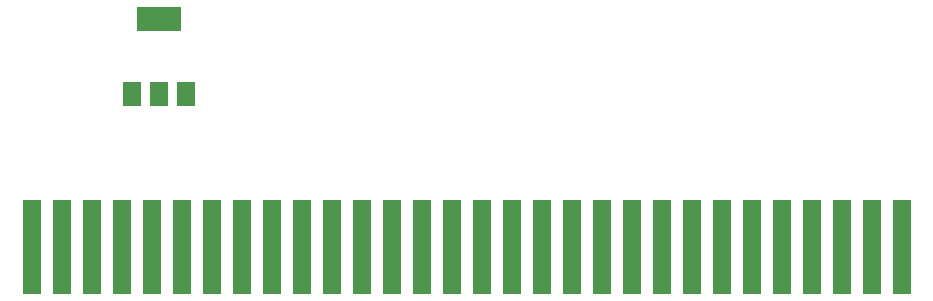
<source format=gtp>
%TF.GenerationSoftware,KiCad,Pcbnew,(6.0.8)*%
%TF.CreationDate,2022-11-06T06:38:11+07:00*%
%TF.ProjectId,TS_Ext_EPM3032,54535f45-7874-45f4-9550-4d333033322e,1.2*%
%TF.SameCoordinates,Original*%
%TF.FileFunction,Paste,Top*%
%TF.FilePolarity,Positive*%
%FSLAX46Y46*%
G04 Gerber Fmt 4.6, Leading zero omitted, Abs format (unit mm)*
G04 Created by KiCad (PCBNEW (6.0.8)) date 2022-11-06 06:38:11*
%MOMM*%
%LPD*%
G01*
G04 APERTURE LIST*
%ADD10R,1.600000X8.000000*%
%ADD11R,1.500000X2.000000*%
%ADD12R,3.800000X2.000000*%
G04 APERTURE END LIST*
D10*
%TO.C,J3*%
X36830000Y-95478600D03*
X39370000Y-95478600D03*
X41910000Y-95478600D03*
X44450000Y-95478600D03*
X46990000Y-95478600D03*
X49530000Y-95478600D03*
X52070000Y-95478600D03*
X54610000Y-95478600D03*
X57150000Y-95478600D03*
X59690000Y-95478600D03*
X62230000Y-95478600D03*
X64770000Y-95478600D03*
X67310000Y-95478600D03*
X69850000Y-95478600D03*
X72390000Y-95478600D03*
X74930000Y-95478600D03*
X77470000Y-95478600D03*
X80010000Y-95478600D03*
X82550000Y-95478600D03*
X85090000Y-95478600D03*
X87630000Y-95478600D03*
X90170000Y-95478600D03*
X92710000Y-95478600D03*
X95250000Y-95478600D03*
X97790000Y-95478600D03*
X100330000Y-95478600D03*
X102870000Y-95478600D03*
X105410000Y-95478600D03*
X107950000Y-95478600D03*
X110490000Y-95478600D03*
%TD*%
D11*
%TO.C,U2*%
X45325000Y-82525000D03*
D12*
X47625000Y-76225000D03*
D11*
X47625000Y-82525000D03*
X49925000Y-82525000D03*
%TD*%
M02*

</source>
